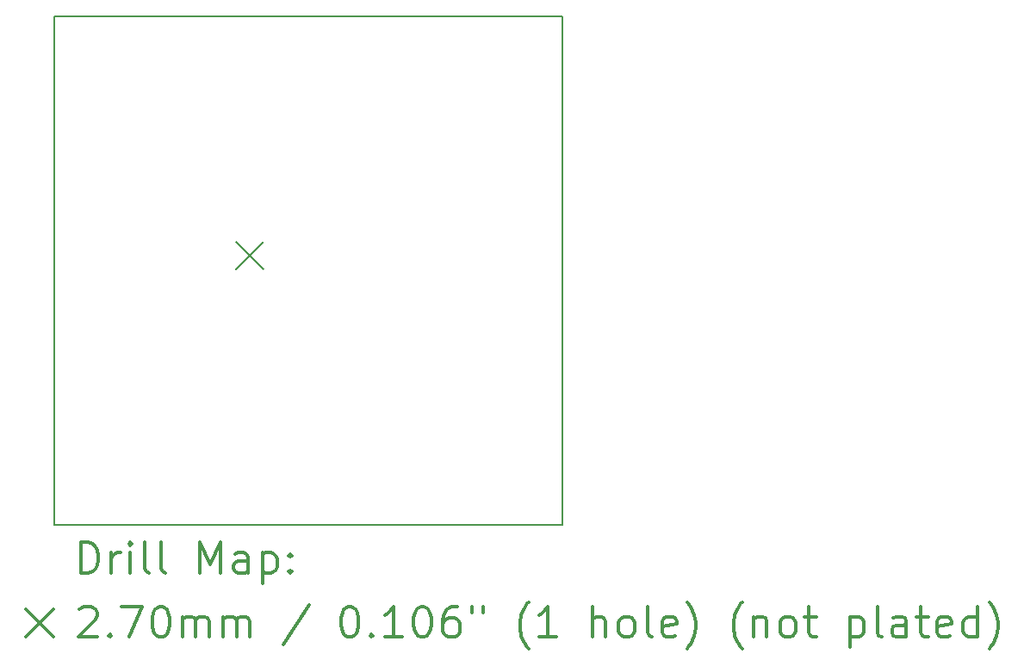
<source format=gbr>
%FSLAX45Y45*%
G04 Gerber Fmt 4.5, Leading zero omitted, Abs format (unit mm)*
G04 Created by KiCad (PCBNEW 4.0.5) date Thu Feb 16 15:21:39 2017*
%MOMM*%
%LPD*%
G01*
G04 APERTURE LIST*
%ADD10C,0.127000*%
%ADD11C,0.150000*%
%ADD12C,0.200000*%
%ADD13C,0.300000*%
G04 APERTURE END LIST*
D10*
D11*
X15000000Y-5000000D02*
X10000000Y-5000000D01*
X15000000Y-10000000D02*
X15000000Y-5000000D01*
X10000000Y-10000000D02*
X15000000Y-10000000D01*
X10000000Y-5000000D02*
X10000000Y-10000000D01*
D12*
X11790000Y-7215000D02*
X12060000Y-7485000D01*
X12060000Y-7215000D02*
X11790000Y-7485000D01*
D13*
X10263929Y-10473214D02*
X10263929Y-10173214D01*
X10335357Y-10173214D01*
X10378214Y-10187500D01*
X10406786Y-10216072D01*
X10421071Y-10244643D01*
X10435357Y-10301786D01*
X10435357Y-10344643D01*
X10421071Y-10401786D01*
X10406786Y-10430357D01*
X10378214Y-10458929D01*
X10335357Y-10473214D01*
X10263929Y-10473214D01*
X10563929Y-10473214D02*
X10563929Y-10273214D01*
X10563929Y-10330357D02*
X10578214Y-10301786D01*
X10592500Y-10287500D01*
X10621071Y-10273214D01*
X10649643Y-10273214D01*
X10749643Y-10473214D02*
X10749643Y-10273214D01*
X10749643Y-10173214D02*
X10735357Y-10187500D01*
X10749643Y-10201786D01*
X10763929Y-10187500D01*
X10749643Y-10173214D01*
X10749643Y-10201786D01*
X10935357Y-10473214D02*
X10906786Y-10458929D01*
X10892500Y-10430357D01*
X10892500Y-10173214D01*
X11092500Y-10473214D02*
X11063929Y-10458929D01*
X11049643Y-10430357D01*
X11049643Y-10173214D01*
X11435357Y-10473214D02*
X11435357Y-10173214D01*
X11535357Y-10387500D01*
X11635357Y-10173214D01*
X11635357Y-10473214D01*
X11906786Y-10473214D02*
X11906786Y-10316072D01*
X11892500Y-10287500D01*
X11863928Y-10273214D01*
X11806786Y-10273214D01*
X11778214Y-10287500D01*
X11906786Y-10458929D02*
X11878214Y-10473214D01*
X11806786Y-10473214D01*
X11778214Y-10458929D01*
X11763928Y-10430357D01*
X11763928Y-10401786D01*
X11778214Y-10373214D01*
X11806786Y-10358929D01*
X11878214Y-10358929D01*
X11906786Y-10344643D01*
X12049643Y-10273214D02*
X12049643Y-10573214D01*
X12049643Y-10287500D02*
X12078214Y-10273214D01*
X12135357Y-10273214D01*
X12163928Y-10287500D01*
X12178214Y-10301786D01*
X12192500Y-10330357D01*
X12192500Y-10416072D01*
X12178214Y-10444643D01*
X12163928Y-10458929D01*
X12135357Y-10473214D01*
X12078214Y-10473214D01*
X12049643Y-10458929D01*
X12321071Y-10444643D02*
X12335357Y-10458929D01*
X12321071Y-10473214D01*
X12306786Y-10458929D01*
X12321071Y-10444643D01*
X12321071Y-10473214D01*
X12321071Y-10287500D02*
X12335357Y-10301786D01*
X12321071Y-10316072D01*
X12306786Y-10301786D01*
X12321071Y-10287500D01*
X12321071Y-10316072D01*
X9722500Y-10832500D02*
X9992500Y-11102500D01*
X9992500Y-10832500D02*
X9722500Y-11102500D01*
X10249643Y-10831786D02*
X10263929Y-10817500D01*
X10292500Y-10803214D01*
X10363929Y-10803214D01*
X10392500Y-10817500D01*
X10406786Y-10831786D01*
X10421071Y-10860357D01*
X10421071Y-10888929D01*
X10406786Y-10931786D01*
X10235357Y-11103214D01*
X10421071Y-11103214D01*
X10549643Y-11074643D02*
X10563929Y-11088929D01*
X10549643Y-11103214D01*
X10535357Y-11088929D01*
X10549643Y-11074643D01*
X10549643Y-11103214D01*
X10663928Y-10803214D02*
X10863928Y-10803214D01*
X10735357Y-11103214D01*
X11035357Y-10803214D02*
X11063929Y-10803214D01*
X11092500Y-10817500D01*
X11106786Y-10831786D01*
X11121071Y-10860357D01*
X11135357Y-10917500D01*
X11135357Y-10988929D01*
X11121071Y-11046072D01*
X11106786Y-11074643D01*
X11092500Y-11088929D01*
X11063929Y-11103214D01*
X11035357Y-11103214D01*
X11006786Y-11088929D01*
X10992500Y-11074643D01*
X10978214Y-11046072D01*
X10963929Y-10988929D01*
X10963929Y-10917500D01*
X10978214Y-10860357D01*
X10992500Y-10831786D01*
X11006786Y-10817500D01*
X11035357Y-10803214D01*
X11263928Y-11103214D02*
X11263928Y-10903214D01*
X11263928Y-10931786D02*
X11278214Y-10917500D01*
X11306786Y-10903214D01*
X11349643Y-10903214D01*
X11378214Y-10917500D01*
X11392500Y-10946072D01*
X11392500Y-11103214D01*
X11392500Y-10946072D02*
X11406786Y-10917500D01*
X11435357Y-10903214D01*
X11478214Y-10903214D01*
X11506786Y-10917500D01*
X11521071Y-10946072D01*
X11521071Y-11103214D01*
X11663928Y-11103214D02*
X11663928Y-10903214D01*
X11663928Y-10931786D02*
X11678214Y-10917500D01*
X11706786Y-10903214D01*
X11749643Y-10903214D01*
X11778214Y-10917500D01*
X11792500Y-10946072D01*
X11792500Y-11103214D01*
X11792500Y-10946072D02*
X11806786Y-10917500D01*
X11835357Y-10903214D01*
X11878214Y-10903214D01*
X11906786Y-10917500D01*
X11921071Y-10946072D01*
X11921071Y-11103214D01*
X12506786Y-10788929D02*
X12249643Y-11174643D01*
X12892500Y-10803214D02*
X12921071Y-10803214D01*
X12949643Y-10817500D01*
X12963928Y-10831786D01*
X12978214Y-10860357D01*
X12992500Y-10917500D01*
X12992500Y-10988929D01*
X12978214Y-11046072D01*
X12963928Y-11074643D01*
X12949643Y-11088929D01*
X12921071Y-11103214D01*
X12892500Y-11103214D01*
X12863928Y-11088929D01*
X12849643Y-11074643D01*
X12835357Y-11046072D01*
X12821071Y-10988929D01*
X12821071Y-10917500D01*
X12835357Y-10860357D01*
X12849643Y-10831786D01*
X12863928Y-10817500D01*
X12892500Y-10803214D01*
X13121071Y-11074643D02*
X13135357Y-11088929D01*
X13121071Y-11103214D01*
X13106786Y-11088929D01*
X13121071Y-11074643D01*
X13121071Y-11103214D01*
X13421071Y-11103214D02*
X13249643Y-11103214D01*
X13335357Y-11103214D02*
X13335357Y-10803214D01*
X13306785Y-10846072D01*
X13278214Y-10874643D01*
X13249643Y-10888929D01*
X13606785Y-10803214D02*
X13635357Y-10803214D01*
X13663928Y-10817500D01*
X13678214Y-10831786D01*
X13692500Y-10860357D01*
X13706785Y-10917500D01*
X13706785Y-10988929D01*
X13692500Y-11046072D01*
X13678214Y-11074643D01*
X13663928Y-11088929D01*
X13635357Y-11103214D01*
X13606785Y-11103214D01*
X13578214Y-11088929D01*
X13563928Y-11074643D01*
X13549643Y-11046072D01*
X13535357Y-10988929D01*
X13535357Y-10917500D01*
X13549643Y-10860357D01*
X13563928Y-10831786D01*
X13578214Y-10817500D01*
X13606785Y-10803214D01*
X13963928Y-10803214D02*
X13906785Y-10803214D01*
X13878214Y-10817500D01*
X13863928Y-10831786D01*
X13835357Y-10874643D01*
X13821071Y-10931786D01*
X13821071Y-11046072D01*
X13835357Y-11074643D01*
X13849643Y-11088929D01*
X13878214Y-11103214D01*
X13935357Y-11103214D01*
X13963928Y-11088929D01*
X13978214Y-11074643D01*
X13992500Y-11046072D01*
X13992500Y-10974643D01*
X13978214Y-10946072D01*
X13963928Y-10931786D01*
X13935357Y-10917500D01*
X13878214Y-10917500D01*
X13849643Y-10931786D01*
X13835357Y-10946072D01*
X13821071Y-10974643D01*
X14106786Y-10803214D02*
X14106786Y-10860357D01*
X14221071Y-10803214D02*
X14221071Y-10860357D01*
X14663928Y-11217500D02*
X14649643Y-11203214D01*
X14621071Y-11160357D01*
X14606785Y-11131786D01*
X14592500Y-11088929D01*
X14578214Y-11017500D01*
X14578214Y-10960357D01*
X14592500Y-10888929D01*
X14606785Y-10846072D01*
X14621071Y-10817500D01*
X14649643Y-10774643D01*
X14663928Y-10760357D01*
X14935357Y-11103214D02*
X14763928Y-11103214D01*
X14849643Y-11103214D02*
X14849643Y-10803214D01*
X14821071Y-10846072D01*
X14792500Y-10874643D01*
X14763928Y-10888929D01*
X15292500Y-11103214D02*
X15292500Y-10803214D01*
X15421071Y-11103214D02*
X15421071Y-10946072D01*
X15406785Y-10917500D01*
X15378214Y-10903214D01*
X15335357Y-10903214D01*
X15306785Y-10917500D01*
X15292500Y-10931786D01*
X15606785Y-11103214D02*
X15578214Y-11088929D01*
X15563928Y-11074643D01*
X15549643Y-11046072D01*
X15549643Y-10960357D01*
X15563928Y-10931786D01*
X15578214Y-10917500D01*
X15606785Y-10903214D01*
X15649643Y-10903214D01*
X15678214Y-10917500D01*
X15692500Y-10931786D01*
X15706785Y-10960357D01*
X15706785Y-11046072D01*
X15692500Y-11074643D01*
X15678214Y-11088929D01*
X15649643Y-11103214D01*
X15606785Y-11103214D01*
X15878214Y-11103214D02*
X15849643Y-11088929D01*
X15835357Y-11060357D01*
X15835357Y-10803214D01*
X16106786Y-11088929D02*
X16078214Y-11103214D01*
X16021071Y-11103214D01*
X15992500Y-11088929D01*
X15978214Y-11060357D01*
X15978214Y-10946072D01*
X15992500Y-10917500D01*
X16021071Y-10903214D01*
X16078214Y-10903214D01*
X16106786Y-10917500D01*
X16121071Y-10946072D01*
X16121071Y-10974643D01*
X15978214Y-11003214D01*
X16221071Y-11217500D02*
X16235357Y-11203214D01*
X16263928Y-11160357D01*
X16278214Y-11131786D01*
X16292500Y-11088929D01*
X16306786Y-11017500D01*
X16306786Y-10960357D01*
X16292500Y-10888929D01*
X16278214Y-10846072D01*
X16263928Y-10817500D01*
X16235357Y-10774643D01*
X16221071Y-10760357D01*
X16763928Y-11217500D02*
X16749643Y-11203214D01*
X16721071Y-11160357D01*
X16706786Y-11131786D01*
X16692500Y-11088929D01*
X16678214Y-11017500D01*
X16678214Y-10960357D01*
X16692500Y-10888929D01*
X16706786Y-10846072D01*
X16721071Y-10817500D01*
X16749643Y-10774643D01*
X16763928Y-10760357D01*
X16878214Y-10903214D02*
X16878214Y-11103214D01*
X16878214Y-10931786D02*
X16892500Y-10917500D01*
X16921071Y-10903214D01*
X16963929Y-10903214D01*
X16992500Y-10917500D01*
X17006786Y-10946072D01*
X17006786Y-11103214D01*
X17192500Y-11103214D02*
X17163929Y-11088929D01*
X17149643Y-11074643D01*
X17135357Y-11046072D01*
X17135357Y-10960357D01*
X17149643Y-10931786D01*
X17163929Y-10917500D01*
X17192500Y-10903214D01*
X17235357Y-10903214D01*
X17263929Y-10917500D01*
X17278214Y-10931786D01*
X17292500Y-10960357D01*
X17292500Y-11046072D01*
X17278214Y-11074643D01*
X17263929Y-11088929D01*
X17235357Y-11103214D01*
X17192500Y-11103214D01*
X17378214Y-10903214D02*
X17492500Y-10903214D01*
X17421071Y-10803214D02*
X17421071Y-11060357D01*
X17435357Y-11088929D01*
X17463929Y-11103214D01*
X17492500Y-11103214D01*
X17821071Y-10903214D02*
X17821071Y-11203214D01*
X17821071Y-10917500D02*
X17849643Y-10903214D01*
X17906786Y-10903214D01*
X17935357Y-10917500D01*
X17949643Y-10931786D01*
X17963929Y-10960357D01*
X17963929Y-11046072D01*
X17949643Y-11074643D01*
X17935357Y-11088929D01*
X17906786Y-11103214D01*
X17849643Y-11103214D01*
X17821071Y-11088929D01*
X18135357Y-11103214D02*
X18106786Y-11088929D01*
X18092500Y-11060357D01*
X18092500Y-10803214D01*
X18378214Y-11103214D02*
X18378214Y-10946072D01*
X18363929Y-10917500D01*
X18335357Y-10903214D01*
X18278214Y-10903214D01*
X18249643Y-10917500D01*
X18378214Y-11088929D02*
X18349643Y-11103214D01*
X18278214Y-11103214D01*
X18249643Y-11088929D01*
X18235357Y-11060357D01*
X18235357Y-11031786D01*
X18249643Y-11003214D01*
X18278214Y-10988929D01*
X18349643Y-10988929D01*
X18378214Y-10974643D01*
X18478214Y-10903214D02*
X18592500Y-10903214D01*
X18521072Y-10803214D02*
X18521072Y-11060357D01*
X18535357Y-11088929D01*
X18563929Y-11103214D01*
X18592500Y-11103214D01*
X18806786Y-11088929D02*
X18778214Y-11103214D01*
X18721072Y-11103214D01*
X18692500Y-11088929D01*
X18678214Y-11060357D01*
X18678214Y-10946072D01*
X18692500Y-10917500D01*
X18721072Y-10903214D01*
X18778214Y-10903214D01*
X18806786Y-10917500D01*
X18821072Y-10946072D01*
X18821072Y-10974643D01*
X18678214Y-11003214D01*
X19078214Y-11103214D02*
X19078214Y-10803214D01*
X19078214Y-11088929D02*
X19049643Y-11103214D01*
X18992500Y-11103214D01*
X18963929Y-11088929D01*
X18949643Y-11074643D01*
X18935357Y-11046072D01*
X18935357Y-10960357D01*
X18949643Y-10931786D01*
X18963929Y-10917500D01*
X18992500Y-10903214D01*
X19049643Y-10903214D01*
X19078214Y-10917500D01*
X19192500Y-11217500D02*
X19206786Y-11203214D01*
X19235357Y-11160357D01*
X19249643Y-11131786D01*
X19263929Y-11088929D01*
X19278214Y-11017500D01*
X19278214Y-10960357D01*
X19263929Y-10888929D01*
X19249643Y-10846072D01*
X19235357Y-10817500D01*
X19206786Y-10774643D01*
X19192500Y-10760357D01*
M02*

</source>
